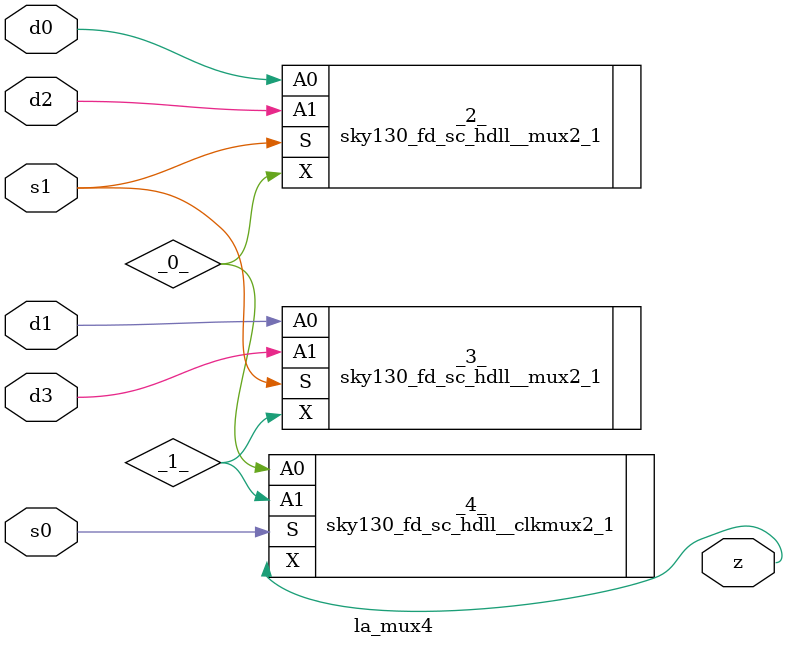
<source format=v>

/* Generated by Yosys 0.44 (git sha1 80ba43d26, g++ 11.4.0-1ubuntu1~22.04 -fPIC -O3) */

(* top =  1  *)
(* src = "inputs/la_mux4.v:10.1-24.10" *)
module la_mux4 (
    d0,
    d1,
    d2,
    d3,
    s0,
    s1,
    z
);
  wire _0_;
  wire _1_;
  (* src = "inputs/la_mux4.v:13.12-13.14" *)
  input d0;
  wire d0;
  (* src = "inputs/la_mux4.v:14.12-14.14" *)
  input d1;
  wire d1;
  (* src = "inputs/la_mux4.v:15.12-15.14" *)
  input d2;
  wire d2;
  (* src = "inputs/la_mux4.v:16.12-16.14" *)
  input d3;
  wire d3;
  (* src = "inputs/la_mux4.v:17.12-17.14" *)
  input s0;
  wire s0;
  (* src = "inputs/la_mux4.v:18.12-18.14" *)
  input s1;
  wire s1;
  (* src = "inputs/la_mux4.v:19.12-19.13" *)
  output z;
  wire z;
  sky130_fd_sc_hdll__mux2_1 _2_ (
      .A0(d0),
      .A1(d2),
      .S (s1),
      .X (_0_)
  );
  sky130_fd_sc_hdll__mux2_1 _3_ (
      .A0(d1),
      .A1(d3),
      .S (s1),
      .X (_1_)
  );
  sky130_fd_sc_hdll__clkmux2_1 _4_ (
      .A0(_0_),
      .A1(_1_),
      .S (s0),
      .X (z)
  );
endmodule

</source>
